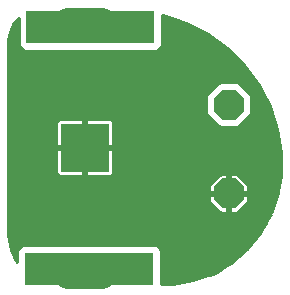
<source format=gbl>
G75*
G70*
%OFA0B0*%
%FSLAX24Y24*%
%IPPOS*%
%LPD*%
%AMOC8*
5,1,8,0,0,1.08239X$1,22.5*
%
%ADD10R,0.4280X0.1080*%
%ADD11C,0.1095*%
%ADD12R,0.1600X0.1600*%
%ADD13OC8,0.1000*%
%ADD14C,0.0100*%
%ADD15C,0.1650*%
D10*
X004298Y001116D03*
X004338Y009176D03*
D11*
X004706Y009290D02*
X003611Y009290D01*
X003611Y001022D02*
X004706Y001022D01*
D12*
X004158Y005156D03*
D13*
X008958Y006586D03*
X008958Y003626D03*
D14*
X001908Y001333D02*
X001865Y001388D01*
X001702Y001725D01*
X001619Y002090D01*
X001608Y002277D01*
X001608Y002356D01*
X001608Y002367D01*
X001608Y008742D01*
X001617Y008867D01*
X001682Y009111D01*
X001808Y009329D01*
X001948Y009469D01*
X001948Y008586D01*
X001986Y008494D01*
X002057Y008424D01*
X002149Y008386D01*
X006528Y008386D01*
X006620Y008424D01*
X006690Y008494D01*
X006728Y008586D01*
X006728Y009570D01*
X006768Y009564D01*
X007535Y009314D01*
X008254Y008948D01*
X008907Y008474D01*
X009477Y007904D01*
X009951Y007251D01*
X009353Y007251D01*
X009269Y007336D02*
X008648Y007336D01*
X008208Y006896D01*
X008208Y006275D01*
X008648Y005836D01*
X009269Y005836D01*
X009708Y006275D01*
X009708Y006896D01*
X009269Y007336D01*
X009452Y007153D02*
X010001Y007153D01*
X009951Y007251D02*
X010317Y006533D01*
X010566Y005766D01*
X010693Y004969D01*
X010708Y004566D01*
X010693Y004220D01*
X010574Y003541D01*
X010337Y002892D01*
X009992Y002294D01*
X009549Y001765D01*
X009020Y001322D01*
X008422Y000977D01*
X007773Y000741D01*
X007094Y000621D01*
X006749Y000606D01*
X006688Y000606D01*
X006688Y001705D01*
X006650Y001797D01*
X006580Y001868D01*
X006488Y001906D01*
X002109Y001906D01*
X002017Y001868D01*
X001946Y001797D01*
X001908Y001705D01*
X001908Y001333D01*
X001908Y001339D02*
X001904Y001339D01*
X001908Y001437D02*
X001841Y001437D01*
X001793Y001536D02*
X001908Y001536D01*
X001908Y001634D02*
X001746Y001634D01*
X001700Y001733D02*
X001920Y001733D01*
X001981Y001831D02*
X001678Y001831D01*
X001655Y001930D02*
X009687Y001930D01*
X009769Y002029D02*
X001633Y002029D01*
X001617Y002127D02*
X009852Y002127D01*
X009935Y002226D02*
X001611Y002226D01*
X001608Y002324D02*
X010010Y002324D01*
X010066Y002423D02*
X001608Y002423D01*
X001608Y002521D02*
X010123Y002521D01*
X010180Y002620D02*
X001608Y002620D01*
X001608Y002718D02*
X010237Y002718D01*
X010294Y002817D02*
X001608Y002817D01*
X001608Y002915D02*
X010346Y002915D01*
X010382Y003014D02*
X009266Y003014D01*
X009228Y002976D02*
X009608Y003356D01*
X009608Y003576D01*
X009009Y003576D01*
X009009Y003676D01*
X009608Y003676D01*
X009608Y003895D01*
X009228Y004276D01*
X009008Y004276D01*
X009008Y003676D01*
X008908Y003676D01*
X008908Y003576D01*
X008308Y003576D01*
X008308Y003356D01*
X008689Y002976D01*
X008908Y002976D01*
X008908Y003576D01*
X009008Y003576D01*
X009008Y002976D01*
X009228Y002976D01*
X009364Y003112D02*
X010418Y003112D01*
X010454Y003211D02*
X009463Y003211D01*
X009561Y003310D02*
X010489Y003310D01*
X010525Y003408D02*
X009608Y003408D01*
X009608Y003507D02*
X010561Y003507D01*
X010585Y003605D02*
X009009Y003605D01*
X009008Y003507D02*
X008908Y003507D01*
X008908Y003605D02*
X001608Y003605D01*
X001608Y003507D02*
X008308Y003507D01*
X008308Y003408D02*
X001608Y003408D01*
X001608Y003310D02*
X008355Y003310D01*
X008454Y003211D02*
X001608Y003211D01*
X001608Y003112D02*
X008552Y003112D01*
X008651Y003014D02*
X001608Y003014D01*
X001608Y003704D02*
X008308Y003704D01*
X008308Y003676D02*
X008908Y003676D01*
X008908Y004276D01*
X008689Y004276D01*
X008308Y003895D01*
X008308Y003676D01*
X008308Y003802D02*
X001608Y003802D01*
X001608Y003901D02*
X008314Y003901D01*
X008413Y003999D02*
X001608Y003999D01*
X001608Y004098D02*
X008511Y004098D01*
X008610Y004196D02*
X001608Y004196D01*
X001608Y004295D02*
X003220Y004295D01*
X003219Y004298D02*
X003238Y004264D01*
X003266Y004236D01*
X003301Y004216D01*
X003339Y004206D01*
X004108Y004206D01*
X004108Y005106D01*
X003208Y005106D01*
X003208Y004336D01*
X003219Y004298D01*
X003208Y004394D02*
X001608Y004394D01*
X001608Y004492D02*
X003208Y004492D01*
X003208Y004591D02*
X001608Y004591D01*
X001608Y004689D02*
X003208Y004689D01*
X003208Y004788D02*
X001608Y004788D01*
X001608Y004886D02*
X003208Y004886D01*
X003208Y004985D02*
X001608Y004985D01*
X001608Y005083D02*
X003208Y005083D01*
X003208Y005206D02*
X004108Y005206D01*
X004108Y005106D01*
X004208Y005106D01*
X004208Y004206D01*
X004978Y004206D01*
X005016Y004216D01*
X005051Y004236D01*
X005078Y004264D01*
X005098Y004298D01*
X005108Y004336D01*
X005108Y005106D01*
X004209Y005106D01*
X004209Y005206D01*
X005108Y005206D01*
X005108Y005975D01*
X005098Y006014D01*
X005078Y006048D01*
X005051Y006076D01*
X005016Y006095D01*
X004978Y006106D01*
X004208Y006106D01*
X004208Y005206D01*
X004108Y005206D01*
X004108Y006106D01*
X003339Y006106D01*
X003301Y006095D01*
X003266Y006076D01*
X003238Y006048D01*
X003219Y006014D01*
X003208Y005975D01*
X003208Y005206D01*
X003208Y005280D02*
X001608Y005280D01*
X001608Y005182D02*
X004108Y005182D01*
X004108Y005280D02*
X004208Y005280D01*
X004209Y005182D02*
X010659Y005182D01*
X010643Y005280D02*
X005108Y005280D01*
X005108Y005379D02*
X010628Y005379D01*
X010612Y005478D02*
X005108Y005478D01*
X005108Y005576D02*
X010596Y005576D01*
X010581Y005675D02*
X005108Y005675D01*
X005108Y005773D02*
X010564Y005773D01*
X010532Y005872D02*
X009305Y005872D01*
X009404Y005970D02*
X010500Y005970D01*
X010468Y006069D02*
X009502Y006069D01*
X009601Y006167D02*
X010436Y006167D01*
X010404Y006266D02*
X009699Y006266D01*
X009708Y006364D02*
X010372Y006364D01*
X010340Y006463D02*
X009708Y006463D01*
X009708Y006561D02*
X010302Y006561D01*
X010252Y006660D02*
X009708Y006660D01*
X009708Y006759D02*
X010202Y006759D01*
X010152Y006857D02*
X009708Y006857D01*
X009649Y006956D02*
X010102Y006956D01*
X010051Y007054D02*
X009551Y007054D01*
X009879Y007350D02*
X001608Y007350D01*
X001608Y007448D02*
X009808Y007448D01*
X009736Y007547D02*
X001608Y007547D01*
X001608Y007645D02*
X009665Y007645D01*
X009593Y007744D02*
X001608Y007744D01*
X001608Y007843D02*
X009521Y007843D01*
X009440Y007941D02*
X001608Y007941D01*
X001608Y008040D02*
X009341Y008040D01*
X009243Y008138D02*
X001608Y008138D01*
X001608Y008237D02*
X009144Y008237D01*
X009045Y008335D02*
X001608Y008335D01*
X001608Y008434D02*
X002047Y008434D01*
X001971Y008532D02*
X001608Y008532D01*
X001608Y008631D02*
X001948Y008631D01*
X001948Y008729D02*
X001608Y008729D01*
X001614Y008828D02*
X001948Y008828D01*
X001948Y008927D02*
X001632Y008927D01*
X001659Y009025D02*
X001948Y009025D01*
X001948Y009124D02*
X001689Y009124D01*
X001746Y009222D02*
X001948Y009222D01*
X001948Y009321D02*
X001803Y009321D01*
X001898Y009419D02*
X001948Y009419D01*
X001608Y007251D02*
X008563Y007251D01*
X008465Y007153D02*
X001608Y007153D01*
X001608Y007054D02*
X008366Y007054D01*
X008268Y006956D02*
X001608Y006956D01*
X001608Y006857D02*
X008208Y006857D01*
X008208Y006759D02*
X001608Y006759D01*
X001608Y006660D02*
X008208Y006660D01*
X008208Y006561D02*
X001608Y006561D01*
X001608Y006463D02*
X008208Y006463D01*
X008208Y006364D02*
X001608Y006364D01*
X001608Y006266D02*
X008218Y006266D01*
X008316Y006167D02*
X001608Y006167D01*
X001608Y006069D02*
X003259Y006069D01*
X003208Y005970D02*
X001608Y005970D01*
X001608Y005872D02*
X003208Y005872D01*
X003208Y005773D02*
X001608Y005773D01*
X001608Y005675D02*
X003208Y005675D01*
X003208Y005576D02*
X001608Y005576D01*
X001608Y005478D02*
X003208Y005478D01*
X003208Y005379D02*
X001608Y005379D01*
X004108Y005379D02*
X004208Y005379D01*
X004208Y005478D02*
X004108Y005478D01*
X004108Y005576D02*
X004208Y005576D01*
X004208Y005675D02*
X004108Y005675D01*
X004108Y005773D02*
X004208Y005773D01*
X004208Y005872D02*
X004108Y005872D01*
X004108Y005970D02*
X004208Y005970D01*
X004208Y006069D02*
X004108Y006069D01*
X005057Y006069D02*
X008415Y006069D01*
X008513Y005970D02*
X005108Y005970D01*
X005108Y005872D02*
X008612Y005872D01*
X008908Y004196D02*
X009008Y004196D01*
X009008Y004098D02*
X008908Y004098D01*
X008908Y003999D02*
X009008Y003999D01*
X009008Y003901D02*
X008908Y003901D01*
X008908Y003802D02*
X009008Y003802D01*
X009008Y003704D02*
X008908Y003704D01*
X008908Y003408D02*
X009008Y003408D01*
X009008Y003310D02*
X008908Y003310D01*
X008908Y003211D02*
X009008Y003211D01*
X009008Y003112D02*
X008908Y003112D01*
X008908Y003014D02*
X009008Y003014D01*
X009608Y003704D02*
X010602Y003704D01*
X010620Y003802D02*
X009608Y003802D01*
X009603Y003901D02*
X010637Y003901D01*
X010654Y003999D02*
X009504Y003999D01*
X009405Y004098D02*
X010672Y004098D01*
X010689Y004196D02*
X009307Y004196D01*
X010697Y004295D02*
X005096Y004295D01*
X005108Y004394D02*
X010701Y004394D01*
X010705Y004492D02*
X005108Y004492D01*
X005108Y004591D02*
X010707Y004591D01*
X010704Y004689D02*
X005108Y004689D01*
X005108Y004788D02*
X010700Y004788D01*
X010696Y004886D02*
X005108Y004886D01*
X005108Y004985D02*
X010690Y004985D01*
X010674Y005083D02*
X005108Y005083D01*
X004208Y005083D02*
X004108Y005083D01*
X004108Y004985D02*
X004208Y004985D01*
X004208Y004886D02*
X004108Y004886D01*
X004108Y004788D02*
X004208Y004788D01*
X004208Y004689D02*
X004108Y004689D01*
X004108Y004591D02*
X004208Y004591D01*
X004208Y004492D02*
X004108Y004492D01*
X004108Y004394D02*
X004208Y004394D01*
X004208Y004295D02*
X004108Y004295D01*
X006616Y001831D02*
X009604Y001831D01*
X009510Y001733D02*
X006677Y001733D01*
X006688Y001634D02*
X009392Y001634D01*
X009275Y001536D02*
X006688Y001536D01*
X006688Y001437D02*
X009157Y001437D01*
X009040Y001339D02*
X006688Y001339D01*
X006688Y001240D02*
X008878Y001240D01*
X008708Y001142D02*
X006688Y001142D01*
X006688Y001043D02*
X008537Y001043D01*
X008334Y000945D02*
X006688Y000945D01*
X006688Y000846D02*
X008063Y000846D01*
X007792Y000747D02*
X006688Y000747D01*
X006688Y000649D02*
X007253Y000649D01*
X006630Y008434D02*
X008947Y008434D01*
X008826Y008532D02*
X006706Y008532D01*
X006728Y008631D02*
X008691Y008631D01*
X008555Y008729D02*
X006728Y008729D01*
X006728Y008828D02*
X008420Y008828D01*
X008284Y008927D02*
X006728Y008927D01*
X006728Y009025D02*
X008103Y009025D01*
X007910Y009124D02*
X006728Y009124D01*
X006728Y009222D02*
X007716Y009222D01*
X007516Y009321D02*
X006728Y009321D01*
X006728Y009419D02*
X007213Y009419D01*
X006910Y009518D02*
X006728Y009518D01*
D15*
X008158Y001656D03*
M02*

</source>
